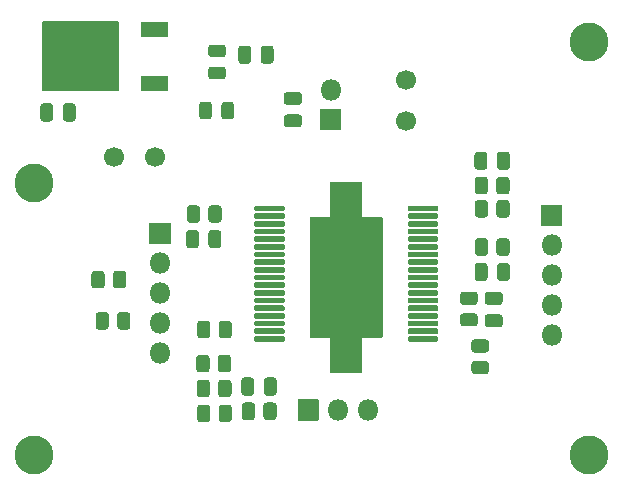
<source format=gbr>
%TF.GenerationSoftware,KiCad,Pcbnew,5.1.10-88a1d61d58~90~ubuntu20.04.1*%
%TF.CreationDate,2021-10-19T17:00:37+01:00*%
%TF.ProjectId,L6235-breakout,4c363233-352d-4627-9265-616b6f75742e,rev?*%
%TF.SameCoordinates,Original*%
%TF.FileFunction,Soldermask,Top*%
%TF.FilePolarity,Negative*%
%FSLAX46Y46*%
G04 Gerber Fmt 4.6, Leading zero omitted, Abs format (unit mm)*
G04 Created by KiCad (PCBNEW 5.1.10-88a1d61d58~90~ubuntu20.04.1) date 2021-10-19 17:00:37*
%MOMM*%
%LPD*%
G01*
G04 APERTURE LIST*
%ADD10C,1.700000*%
%ADD11O,1.800000X1.800000*%
%ADD12C,0.100000*%
%ADD13C,3.300000*%
G04 APERTURE END LIST*
%TO.C,C1*%
G36*
G01*
X44174400Y-171010200D02*
X44174400Y-170010200D01*
G75*
G02*
X44449400Y-169735200I275000J0D01*
G01*
X44999400Y-169735200D01*
G75*
G02*
X45274400Y-170010200I0J-275000D01*
G01*
X45274400Y-171010200D01*
G75*
G02*
X44999400Y-171285200I-275000J0D01*
G01*
X44449400Y-171285200D01*
G75*
G02*
X44174400Y-171010200I0J275000D01*
G01*
G37*
G36*
G01*
X42274400Y-171010200D02*
X42274400Y-170010200D01*
G75*
G02*
X42549400Y-169735200I275000J0D01*
G01*
X43099400Y-169735200D01*
G75*
G02*
X43374400Y-170010200I0J-275000D01*
G01*
X43374400Y-171010200D01*
G75*
G02*
X43099400Y-171285200I-275000J0D01*
G01*
X42549400Y-171285200D01*
G75*
G02*
X42274400Y-171010200I0J275000D01*
G01*
G37*
%TD*%
%TO.C,C2*%
G36*
G01*
X27385900Y-156371300D02*
X26385900Y-156371300D01*
G75*
G02*
X26110900Y-156096300I0J275000D01*
G01*
X26110900Y-155546300D01*
G75*
G02*
X26385900Y-155271300I275000J0D01*
G01*
X27385900Y-155271300D01*
G75*
G02*
X27660900Y-155546300I0J-275000D01*
G01*
X27660900Y-156096300D01*
G75*
G02*
X27385900Y-156371300I-275000J0D01*
G01*
G37*
G36*
G01*
X27385900Y-158271300D02*
X26385900Y-158271300D01*
G75*
G02*
X26110900Y-157996300I0J275000D01*
G01*
X26110900Y-157446300D01*
G75*
G02*
X26385900Y-157171300I275000J0D01*
G01*
X27385900Y-157171300D01*
G75*
G02*
X27660900Y-157446300I0J-275000D01*
G01*
X27660900Y-157996300D01*
G75*
G02*
X27385900Y-158271300I-275000J0D01*
G01*
G37*
%TD*%
D10*
%TO.C,C3*%
X36461700Y-157734000D03*
X36461700Y-154234000D03*
%TD*%
%TO.C,C5*%
G36*
G01*
X42261700Y-161599500D02*
X42261700Y-160599500D01*
G75*
G02*
X42536700Y-160324500I275000J0D01*
G01*
X43086700Y-160324500D01*
G75*
G02*
X43361700Y-160599500I0J-275000D01*
G01*
X43361700Y-161599500D01*
G75*
G02*
X43086700Y-161874500I-275000J0D01*
G01*
X42536700Y-161874500D01*
G75*
G02*
X42261700Y-161599500I0J275000D01*
G01*
G37*
G36*
G01*
X44161700Y-161599500D02*
X44161700Y-160599500D01*
G75*
G02*
X44436700Y-160324500I275000J0D01*
G01*
X44986700Y-160324500D01*
G75*
G02*
X45261700Y-160599500I0J-275000D01*
G01*
X45261700Y-161599500D01*
G75*
G02*
X44986700Y-161874500I-275000J0D01*
G01*
X44436700Y-161874500D01*
G75*
G02*
X44161700Y-161599500I0J275000D01*
G01*
G37*
%TD*%
%TO.C,C6*%
G36*
G01*
X24425900Y-180713000D02*
X24425900Y-179713000D01*
G75*
G02*
X24700900Y-179438000I275000J0D01*
G01*
X25250900Y-179438000D01*
G75*
G02*
X25525900Y-179713000I0J-275000D01*
G01*
X25525900Y-180713000D01*
G75*
G02*
X25250900Y-180988000I-275000J0D01*
G01*
X24700900Y-180988000D01*
G75*
G02*
X24425900Y-180713000I0J275000D01*
G01*
G37*
G36*
G01*
X22525900Y-180713000D02*
X22525900Y-179713000D01*
G75*
G02*
X22800900Y-179438000I275000J0D01*
G01*
X23350900Y-179438000D01*
G75*
G02*
X23625900Y-179713000I0J-275000D01*
G01*
X23625900Y-180713000D01*
G75*
G02*
X23350900Y-180988000I-275000J0D01*
G01*
X22800900Y-180988000D01*
G75*
G02*
X22525900Y-180713000I0J275000D01*
G01*
G37*
%TD*%
%TO.C,C7*%
G36*
G01*
X25261700Y-151620600D02*
X25261700Y-152620600D01*
G75*
G02*
X24986700Y-152895600I-275000J0D01*
G01*
X24436700Y-152895600D01*
G75*
G02*
X24161700Y-152620600I0J275000D01*
G01*
X24161700Y-151620600D01*
G75*
G02*
X24436700Y-151345600I275000J0D01*
G01*
X24986700Y-151345600D01*
G75*
G02*
X25261700Y-151620600I0J-275000D01*
G01*
G37*
G36*
G01*
X23361700Y-151620600D02*
X23361700Y-152620600D01*
G75*
G02*
X23086700Y-152895600I-275000J0D01*
G01*
X22536700Y-152895600D01*
G75*
G02*
X22261700Y-152620600I0J275000D01*
G01*
X22261700Y-151620600D01*
G75*
G02*
X22536700Y-151345600I275000J0D01*
G01*
X23086700Y-151345600D01*
G75*
G02*
X23361700Y-151620600I0J-275000D01*
G01*
G37*
%TD*%
%TO.C,C8*%
G36*
G01*
X17844600Y-168228900D02*
X17844600Y-167228900D01*
G75*
G02*
X18119600Y-166953900I275000J0D01*
G01*
X18669600Y-166953900D01*
G75*
G02*
X18944600Y-167228900I0J-275000D01*
G01*
X18944600Y-168228900D01*
G75*
G02*
X18669600Y-168503900I-275000J0D01*
G01*
X18119600Y-168503900D01*
G75*
G02*
X17844600Y-168228900I0J275000D01*
G01*
G37*
G36*
G01*
X19744600Y-168228900D02*
X19744600Y-167228900D01*
G75*
G02*
X20019600Y-166953900I275000J0D01*
G01*
X20569600Y-166953900D01*
G75*
G02*
X20844600Y-167228900I0J-275000D01*
G01*
X20844600Y-168228900D01*
G75*
G02*
X20569600Y-168503900I-275000J0D01*
G01*
X20019600Y-168503900D01*
G75*
G02*
X19744600Y-168228900I0J275000D01*
G01*
G37*
%TD*%
%TO.C,C10*%
G36*
G01*
X43388700Y-174097900D02*
X44388700Y-174097900D01*
G75*
G02*
X44663700Y-174372900I0J-275000D01*
G01*
X44663700Y-174922900D01*
G75*
G02*
X44388700Y-175197900I-275000J0D01*
G01*
X43388700Y-175197900D01*
G75*
G02*
X43113700Y-174922900I0J275000D01*
G01*
X43113700Y-174372900D01*
G75*
G02*
X43388700Y-174097900I275000J0D01*
G01*
G37*
G36*
G01*
X43388700Y-172197900D02*
X44388700Y-172197900D01*
G75*
G02*
X44663700Y-172472900I0J-275000D01*
G01*
X44663700Y-173022900D01*
G75*
G02*
X44388700Y-173297900I-275000J0D01*
G01*
X43388700Y-173297900D01*
G75*
G02*
X43113700Y-173022900I0J275000D01*
G01*
X43113700Y-172472900D01*
G75*
G02*
X43388700Y-172197900I275000J0D01*
G01*
G37*
%TD*%
%TO.C,D1*%
G36*
G01*
X20832000Y-157326250D02*
X20832000Y-156363750D01*
G75*
G02*
X21100750Y-156095000I268750J0D01*
G01*
X21638250Y-156095000D01*
G75*
G02*
X21907000Y-156363750I0J-268750D01*
G01*
X21907000Y-157326250D01*
G75*
G02*
X21638250Y-157595000I-268750J0D01*
G01*
X21100750Y-157595000D01*
G75*
G02*
X20832000Y-157326250I0J268750D01*
G01*
G37*
G36*
G01*
X18957000Y-157326250D02*
X18957000Y-156363750D01*
G75*
G02*
X19225750Y-156095000I268750J0D01*
G01*
X19763250Y-156095000D01*
G75*
G02*
X20032000Y-156363750I0J-268750D01*
G01*
X20032000Y-157326250D01*
G75*
G02*
X19763250Y-157595000I-268750J0D01*
G01*
X19225750Y-157595000D01*
G75*
G02*
X18957000Y-157326250I0J268750D01*
G01*
G37*
%TD*%
%TO.C,D2*%
G36*
G01*
X19991150Y-151252900D02*
X20953650Y-151252900D01*
G75*
G02*
X21222400Y-151521650I0J-268750D01*
G01*
X21222400Y-152059150D01*
G75*
G02*
X20953650Y-152327900I-268750J0D01*
G01*
X19991150Y-152327900D01*
G75*
G02*
X19722400Y-152059150I0J268750D01*
G01*
X19722400Y-151521650D01*
G75*
G02*
X19991150Y-151252900I268750J0D01*
G01*
G37*
G36*
G01*
X19991150Y-153127900D02*
X20953650Y-153127900D01*
G75*
G02*
X21222400Y-153396650I0J-268750D01*
G01*
X21222400Y-153934150D01*
G75*
G02*
X20953650Y-154202900I-268750J0D01*
G01*
X19991150Y-154202900D01*
G75*
G02*
X19722400Y-153934150I0J268750D01*
G01*
X19722400Y-153396650D01*
G75*
G02*
X19991150Y-153127900I268750J0D01*
G01*
G37*
%TD*%
D11*
%TO.C,J1*%
X48793400Y-175869600D03*
X48793400Y-173329600D03*
X48793400Y-170789600D03*
X48793400Y-168249600D03*
G36*
G01*
X47893400Y-166559600D02*
X47893400Y-164859600D01*
G75*
G02*
X47943400Y-164809600I50000J0D01*
G01*
X49643400Y-164809600D01*
G75*
G02*
X49693400Y-164859600I0J-50000D01*
G01*
X49693400Y-166559600D01*
G75*
G02*
X49643400Y-166609600I-50000J0D01*
G01*
X47943400Y-166609600D01*
G75*
G02*
X47893400Y-166559600I0J50000D01*
G01*
G37*
%TD*%
%TO.C,J2*%
G36*
G01*
X14733700Y-168096300D02*
X14733700Y-166396300D01*
G75*
G02*
X14783700Y-166346300I50000J0D01*
G01*
X16483700Y-166346300D01*
G75*
G02*
X16533700Y-166396300I0J-50000D01*
G01*
X16533700Y-168096300D01*
G75*
G02*
X16483700Y-168146300I-50000J0D01*
G01*
X14783700Y-168146300D01*
G75*
G02*
X14733700Y-168096300I0J50000D01*
G01*
G37*
X15633700Y-169786300D03*
X15633700Y-172326300D03*
X15633700Y-174866300D03*
X15633700Y-177406300D03*
%TD*%
%TO.C,J3*%
G36*
G01*
X29044000Y-183094200D02*
X27344000Y-183094200D01*
G75*
G02*
X27294000Y-183044200I0J50000D01*
G01*
X27294000Y-181344200D01*
G75*
G02*
X27344000Y-181294200I50000J0D01*
G01*
X29044000Y-181294200D01*
G75*
G02*
X29094000Y-181344200I0J-50000D01*
G01*
X29094000Y-183044200D01*
G75*
G02*
X29044000Y-183094200I-50000J0D01*
G01*
G37*
X30734000Y-182194200D03*
X33274000Y-182194200D03*
%TD*%
%TO.C,J5*%
G36*
G01*
X30986300Y-156757000D02*
X30986300Y-158457000D01*
G75*
G02*
X30936300Y-158507000I-50000J0D01*
G01*
X29236300Y-158507000D01*
G75*
G02*
X29186300Y-158457000I0J50000D01*
G01*
X29186300Y-156757000D01*
G75*
G02*
X29236300Y-156707000I50000J0D01*
G01*
X30936300Y-156707000D01*
G75*
G02*
X30986300Y-156757000I0J-50000D01*
G01*
G37*
X30086300Y-155067000D03*
%TD*%
%TO.C,R1*%
G36*
G01*
X42300000Y-168877611D02*
X42300000Y-167926389D01*
G75*
G02*
X42574389Y-167652000I274389J0D01*
G01*
X43150611Y-167652000D01*
G75*
G02*
X43425000Y-167926389I0J-274389D01*
G01*
X43425000Y-168877611D01*
G75*
G02*
X43150611Y-169152000I-274389J0D01*
G01*
X42574389Y-169152000D01*
G75*
G02*
X42300000Y-168877611I0J274389D01*
G01*
G37*
G36*
G01*
X44125000Y-168877611D02*
X44125000Y-167926389D01*
G75*
G02*
X44399389Y-167652000I274389J0D01*
G01*
X44975611Y-167652000D01*
G75*
G02*
X45250000Y-167926389I0J-274389D01*
G01*
X45250000Y-168877611D01*
G75*
G02*
X44975611Y-169152000I-274389J0D01*
G01*
X44399389Y-169152000D01*
G75*
G02*
X44125000Y-168877611I0J274389D01*
G01*
G37*
%TD*%
%TO.C,R2*%
G36*
G01*
X44112300Y-165639111D02*
X44112300Y-164687889D01*
G75*
G02*
X44386689Y-164413500I274389J0D01*
G01*
X44962911Y-164413500D01*
G75*
G02*
X45237300Y-164687889I0J-274389D01*
G01*
X45237300Y-165639111D01*
G75*
G02*
X44962911Y-165913500I-274389J0D01*
G01*
X44386689Y-165913500D01*
G75*
G02*
X44112300Y-165639111I0J274389D01*
G01*
G37*
G36*
G01*
X42287300Y-165639111D02*
X42287300Y-164687889D01*
G75*
G02*
X42561689Y-164413500I274389J0D01*
G01*
X43137911Y-164413500D01*
G75*
G02*
X43412300Y-164687889I0J-274389D01*
G01*
X43412300Y-165639111D01*
G75*
G02*
X43137911Y-165913500I-274389J0D01*
G01*
X42561689Y-165913500D01*
G75*
G02*
X42287300Y-165639111I0J274389D01*
G01*
G37*
%TD*%
%TO.C,R3*%
G36*
G01*
X45237300Y-162719389D02*
X45237300Y-163670611D01*
G75*
G02*
X44962911Y-163945000I-274389J0D01*
G01*
X44386689Y-163945000D01*
G75*
G02*
X44112300Y-163670611I0J274389D01*
G01*
X44112300Y-162719389D01*
G75*
G02*
X44386689Y-162445000I274389J0D01*
G01*
X44962911Y-162445000D01*
G75*
G02*
X45237300Y-162719389I0J-274389D01*
G01*
G37*
G36*
G01*
X43412300Y-162719389D02*
X43412300Y-163670611D01*
G75*
G02*
X43137911Y-163945000I-274389J0D01*
G01*
X42561689Y-163945000D01*
G75*
G02*
X42287300Y-163670611I0J274389D01*
G01*
X42287300Y-162719389D01*
G75*
G02*
X42561689Y-162445000I274389J0D01*
G01*
X43137911Y-162445000D01*
G75*
G02*
X43412300Y-162719389I0J-274389D01*
G01*
G37*
%TD*%
%TO.C,R4*%
G36*
G01*
X22564200Y-182784111D02*
X22564200Y-181832889D01*
G75*
G02*
X22838589Y-181558500I274389J0D01*
G01*
X23414811Y-181558500D01*
G75*
G02*
X23689200Y-181832889I0J-274389D01*
G01*
X23689200Y-182784111D01*
G75*
G02*
X23414811Y-183058500I-274389J0D01*
G01*
X22838589Y-183058500D01*
G75*
G02*
X22564200Y-182784111I0J274389D01*
G01*
G37*
G36*
G01*
X24389200Y-182784111D02*
X24389200Y-181832889D01*
G75*
G02*
X24663589Y-181558500I274389J0D01*
G01*
X25239811Y-181558500D01*
G75*
G02*
X25514200Y-181832889I0J-274389D01*
G01*
X25514200Y-182784111D01*
G75*
G02*
X25239811Y-183058500I-274389J0D01*
G01*
X24663589Y-183058500D01*
G75*
G02*
X24389200Y-182784111I0J274389D01*
G01*
G37*
%TD*%
%TO.C,R5*%
G36*
G01*
X18745300Y-180853711D02*
X18745300Y-179902489D01*
G75*
G02*
X19019689Y-179628100I274389J0D01*
G01*
X19595911Y-179628100D01*
G75*
G02*
X19870300Y-179902489I0J-274389D01*
G01*
X19870300Y-180853711D01*
G75*
G02*
X19595911Y-181128100I-274389J0D01*
G01*
X19019689Y-181128100D01*
G75*
G02*
X18745300Y-180853711I0J274389D01*
G01*
G37*
G36*
G01*
X20570300Y-180853711D02*
X20570300Y-179902489D01*
G75*
G02*
X20844689Y-179628100I274389J0D01*
G01*
X21420911Y-179628100D01*
G75*
G02*
X21695300Y-179902489I0J-274389D01*
G01*
X21695300Y-180853711D01*
G75*
G02*
X21420911Y-181128100I-274389J0D01*
G01*
X20844689Y-181128100D01*
G75*
G02*
X20570300Y-180853711I0J274389D01*
G01*
G37*
%TD*%
%TO.C,R6*%
G36*
G01*
X19032100Y-165132389D02*
X19032100Y-166083611D01*
G75*
G02*
X18757711Y-166358000I-274389J0D01*
G01*
X18181489Y-166358000D01*
G75*
G02*
X17907100Y-166083611I0J274389D01*
G01*
X17907100Y-165132389D01*
G75*
G02*
X18181489Y-164858000I274389J0D01*
G01*
X18757711Y-164858000D01*
G75*
G02*
X19032100Y-165132389I0J-274389D01*
G01*
G37*
G36*
G01*
X20857100Y-165132389D02*
X20857100Y-166083611D01*
G75*
G02*
X20582711Y-166358000I-274389J0D01*
G01*
X20006489Y-166358000D01*
G75*
G02*
X19732100Y-166083611I0J274389D01*
G01*
X19732100Y-165132389D01*
G75*
G02*
X20006489Y-164858000I274389J0D01*
G01*
X20582711Y-164858000D01*
G75*
G02*
X20857100Y-165132389I0J-274389D01*
G01*
G37*
%TD*%
%TO.C,R7*%
G36*
G01*
X18707200Y-178745511D02*
X18707200Y-177794289D01*
G75*
G02*
X18981589Y-177519900I274389J0D01*
G01*
X19557811Y-177519900D01*
G75*
G02*
X19832200Y-177794289I0J-274389D01*
G01*
X19832200Y-178745511D01*
G75*
G02*
X19557811Y-179019900I-274389J0D01*
G01*
X18981589Y-179019900D01*
G75*
G02*
X18707200Y-178745511I0J274389D01*
G01*
G37*
G36*
G01*
X20532200Y-178745511D02*
X20532200Y-177794289D01*
G75*
G02*
X20806589Y-177519900I274389J0D01*
G01*
X21382811Y-177519900D01*
G75*
G02*
X21657200Y-177794289I0J-274389D01*
G01*
X21657200Y-178745511D01*
G75*
G02*
X21382811Y-179019900I-274389J0D01*
G01*
X20806589Y-179019900D01*
G75*
G02*
X20532200Y-178745511I0J274389D01*
G01*
G37*
%TD*%
%TO.C,R8*%
G36*
G01*
X43223811Y-177348400D02*
X42272589Y-177348400D01*
G75*
G02*
X41998200Y-177074011I0J274389D01*
G01*
X41998200Y-176497789D01*
G75*
G02*
X42272589Y-176223400I274389J0D01*
G01*
X43223811Y-176223400D01*
G75*
G02*
X43498200Y-176497789I0J-274389D01*
G01*
X43498200Y-177074011D01*
G75*
G02*
X43223811Y-177348400I-274389J0D01*
G01*
G37*
G36*
G01*
X43223811Y-179173400D02*
X42272589Y-179173400D01*
G75*
G02*
X41998200Y-178899011I0J274389D01*
G01*
X41998200Y-178322789D01*
G75*
G02*
X42272589Y-178048400I274389J0D01*
G01*
X43223811Y-178048400D01*
G75*
G02*
X43498200Y-178322789I0J-274389D01*
G01*
X43498200Y-178899011D01*
G75*
G02*
X43223811Y-179173400I-274389J0D01*
G01*
G37*
%TD*%
%TO.C,R9*%
G36*
G01*
X41320089Y-172172100D02*
X42271311Y-172172100D01*
G75*
G02*
X42545700Y-172446489I0J-274389D01*
G01*
X42545700Y-173022711D01*
G75*
G02*
X42271311Y-173297100I-274389J0D01*
G01*
X41320089Y-173297100D01*
G75*
G02*
X41045700Y-173022711I0J274389D01*
G01*
X41045700Y-172446489D01*
G75*
G02*
X41320089Y-172172100I274389J0D01*
G01*
G37*
G36*
G01*
X41320089Y-173997100D02*
X42271311Y-173997100D01*
G75*
G02*
X42545700Y-174271489I0J-274389D01*
G01*
X42545700Y-174847711D01*
G75*
G02*
X42271311Y-175122100I-274389J0D01*
G01*
X41320089Y-175122100D01*
G75*
G02*
X41045700Y-174847711I0J274389D01*
G01*
X41045700Y-174271489D01*
G75*
G02*
X41320089Y-173997100I274389J0D01*
G01*
G37*
%TD*%
%TO.C,R10*%
G36*
G01*
X20595700Y-175862611D02*
X20595700Y-174911389D01*
G75*
G02*
X20870089Y-174637000I274389J0D01*
G01*
X21446311Y-174637000D01*
G75*
G02*
X21720700Y-174911389I0J-274389D01*
G01*
X21720700Y-175862611D01*
G75*
G02*
X21446311Y-176137000I-274389J0D01*
G01*
X20870089Y-176137000D01*
G75*
G02*
X20595700Y-175862611I0J274389D01*
G01*
G37*
G36*
G01*
X18770700Y-175862611D02*
X18770700Y-174911389D01*
G75*
G02*
X19045089Y-174637000I274389J0D01*
G01*
X19621311Y-174637000D01*
G75*
G02*
X19895700Y-174911389I0J-274389D01*
G01*
X19895700Y-175862611D01*
G75*
G02*
X19621311Y-176137000I-274389J0D01*
G01*
X19045089Y-176137000D01*
G75*
G02*
X18770700Y-175862611I0J274389D01*
G01*
G37*
%TD*%
%TO.C,R11*%
G36*
G01*
X9826100Y-171633511D02*
X9826100Y-170682289D01*
G75*
G02*
X10100489Y-170407900I274389J0D01*
G01*
X10676711Y-170407900D01*
G75*
G02*
X10951100Y-170682289I0J-274389D01*
G01*
X10951100Y-171633511D01*
G75*
G02*
X10676711Y-171907900I-274389J0D01*
G01*
X10100489Y-171907900D01*
G75*
G02*
X9826100Y-171633511I0J274389D01*
G01*
G37*
G36*
G01*
X11651100Y-171633511D02*
X11651100Y-170682289D01*
G75*
G02*
X11925489Y-170407900I274389J0D01*
G01*
X12501711Y-170407900D01*
G75*
G02*
X12776100Y-170682289I0J-274389D01*
G01*
X12776100Y-171633511D01*
G75*
G02*
X12501711Y-171907900I-274389J0D01*
G01*
X11925489Y-171907900D01*
G75*
G02*
X11651100Y-171633511I0J274389D01*
G01*
G37*
%TD*%
%TO.C,R12*%
G36*
G01*
X12006700Y-175126011D02*
X12006700Y-174174789D01*
G75*
G02*
X12281089Y-173900400I274389J0D01*
G01*
X12857311Y-173900400D01*
G75*
G02*
X13131700Y-174174789I0J-274389D01*
G01*
X13131700Y-175126011D01*
G75*
G02*
X12857311Y-175400400I-274389J0D01*
G01*
X12281089Y-175400400D01*
G75*
G02*
X12006700Y-175126011I0J274389D01*
G01*
G37*
G36*
G01*
X10181700Y-175126011D02*
X10181700Y-174174789D01*
G75*
G02*
X10456089Y-173900400I274389J0D01*
G01*
X11032311Y-173900400D01*
G75*
G02*
X11306700Y-174174789I0J-274389D01*
G01*
X11306700Y-175126011D01*
G75*
G02*
X11032311Y-175400400I-274389J0D01*
G01*
X10456089Y-175400400D01*
G75*
G02*
X10181700Y-175126011I0J274389D01*
G01*
G37*
%TD*%
%TO.C,R13*%
G36*
G01*
X20595700Y-182961911D02*
X20595700Y-182010689D01*
G75*
G02*
X20870089Y-181736300I274389J0D01*
G01*
X21446311Y-181736300D01*
G75*
G02*
X21720700Y-182010689I0J-274389D01*
G01*
X21720700Y-182961911D01*
G75*
G02*
X21446311Y-183236300I-274389J0D01*
G01*
X20870089Y-183236300D01*
G75*
G02*
X20595700Y-182961911I0J274389D01*
G01*
G37*
G36*
G01*
X18770700Y-182961911D02*
X18770700Y-182010689D01*
G75*
G02*
X19045089Y-181736300I274389J0D01*
G01*
X19621311Y-181736300D01*
G75*
G02*
X19895700Y-182010689I0J-274389D01*
G01*
X19895700Y-182961911D01*
G75*
G02*
X19621311Y-183236300I-274389J0D01*
G01*
X19045089Y-183236300D01*
G75*
G02*
X18770700Y-182961911I0J274389D01*
G01*
G37*
%TD*%
%TO.C,U1*%
G36*
G01*
X23607100Y-165250100D02*
X23607100Y-165010100D01*
G75*
G02*
X23727100Y-164890100I120000J0D01*
G01*
X26087100Y-164890100D01*
G75*
G02*
X26207100Y-165010100I0J-120000D01*
G01*
X26207100Y-165250100D01*
G75*
G02*
X26087100Y-165370100I-120000J0D01*
G01*
X23727100Y-165370100D01*
G75*
G02*
X23607100Y-165250100I0J120000D01*
G01*
G37*
G36*
G01*
X23607100Y-165900100D02*
X23607100Y-165660100D01*
G75*
G02*
X23727100Y-165540100I120000J0D01*
G01*
X26087100Y-165540100D01*
G75*
G02*
X26207100Y-165660100I0J-120000D01*
G01*
X26207100Y-165900100D01*
G75*
G02*
X26087100Y-166020100I-120000J0D01*
G01*
X23727100Y-166020100D01*
G75*
G02*
X23607100Y-165900100I0J120000D01*
G01*
G37*
G36*
G01*
X23607100Y-166550100D02*
X23607100Y-166310100D01*
G75*
G02*
X23727100Y-166190100I120000J0D01*
G01*
X26087100Y-166190100D01*
G75*
G02*
X26207100Y-166310100I0J-120000D01*
G01*
X26207100Y-166550100D01*
G75*
G02*
X26087100Y-166670100I-120000J0D01*
G01*
X23727100Y-166670100D01*
G75*
G02*
X23607100Y-166550100I0J120000D01*
G01*
G37*
G36*
G01*
X23607100Y-167200100D02*
X23607100Y-166960100D01*
G75*
G02*
X23727100Y-166840100I120000J0D01*
G01*
X26087100Y-166840100D01*
G75*
G02*
X26207100Y-166960100I0J-120000D01*
G01*
X26207100Y-167200100D01*
G75*
G02*
X26087100Y-167320100I-120000J0D01*
G01*
X23727100Y-167320100D01*
G75*
G02*
X23607100Y-167200100I0J120000D01*
G01*
G37*
G36*
G01*
X23607100Y-167850100D02*
X23607100Y-167610100D01*
G75*
G02*
X23727100Y-167490100I120000J0D01*
G01*
X26087100Y-167490100D01*
G75*
G02*
X26207100Y-167610100I0J-120000D01*
G01*
X26207100Y-167850100D01*
G75*
G02*
X26087100Y-167970100I-120000J0D01*
G01*
X23727100Y-167970100D01*
G75*
G02*
X23607100Y-167850100I0J120000D01*
G01*
G37*
G36*
G01*
X23607100Y-168500100D02*
X23607100Y-168260100D01*
G75*
G02*
X23727100Y-168140100I120000J0D01*
G01*
X26087100Y-168140100D01*
G75*
G02*
X26207100Y-168260100I0J-120000D01*
G01*
X26207100Y-168500100D01*
G75*
G02*
X26087100Y-168620100I-120000J0D01*
G01*
X23727100Y-168620100D01*
G75*
G02*
X23607100Y-168500100I0J120000D01*
G01*
G37*
G36*
G01*
X23607100Y-169150100D02*
X23607100Y-168910100D01*
G75*
G02*
X23727100Y-168790100I120000J0D01*
G01*
X26087100Y-168790100D01*
G75*
G02*
X26207100Y-168910100I0J-120000D01*
G01*
X26207100Y-169150100D01*
G75*
G02*
X26087100Y-169270100I-120000J0D01*
G01*
X23727100Y-169270100D01*
G75*
G02*
X23607100Y-169150100I0J120000D01*
G01*
G37*
G36*
G01*
X23607100Y-169800100D02*
X23607100Y-169560100D01*
G75*
G02*
X23727100Y-169440100I120000J0D01*
G01*
X26087100Y-169440100D01*
G75*
G02*
X26207100Y-169560100I0J-120000D01*
G01*
X26207100Y-169800100D01*
G75*
G02*
X26087100Y-169920100I-120000J0D01*
G01*
X23727100Y-169920100D01*
G75*
G02*
X23607100Y-169800100I0J120000D01*
G01*
G37*
G36*
G01*
X23607100Y-170450100D02*
X23607100Y-170210100D01*
G75*
G02*
X23727100Y-170090100I120000J0D01*
G01*
X26087100Y-170090100D01*
G75*
G02*
X26207100Y-170210100I0J-120000D01*
G01*
X26207100Y-170450100D01*
G75*
G02*
X26087100Y-170570100I-120000J0D01*
G01*
X23727100Y-170570100D01*
G75*
G02*
X23607100Y-170450100I0J120000D01*
G01*
G37*
G36*
G01*
X23607100Y-171100100D02*
X23607100Y-170860100D01*
G75*
G02*
X23727100Y-170740100I120000J0D01*
G01*
X26087100Y-170740100D01*
G75*
G02*
X26207100Y-170860100I0J-120000D01*
G01*
X26207100Y-171100100D01*
G75*
G02*
X26087100Y-171220100I-120000J0D01*
G01*
X23727100Y-171220100D01*
G75*
G02*
X23607100Y-171100100I0J120000D01*
G01*
G37*
G36*
G01*
X23607100Y-171750100D02*
X23607100Y-171510100D01*
G75*
G02*
X23727100Y-171390100I120000J0D01*
G01*
X26087100Y-171390100D01*
G75*
G02*
X26207100Y-171510100I0J-120000D01*
G01*
X26207100Y-171750100D01*
G75*
G02*
X26087100Y-171870100I-120000J0D01*
G01*
X23727100Y-171870100D01*
G75*
G02*
X23607100Y-171750100I0J120000D01*
G01*
G37*
G36*
G01*
X23607100Y-172400100D02*
X23607100Y-172160100D01*
G75*
G02*
X23727100Y-172040100I120000J0D01*
G01*
X26087100Y-172040100D01*
G75*
G02*
X26207100Y-172160100I0J-120000D01*
G01*
X26207100Y-172400100D01*
G75*
G02*
X26087100Y-172520100I-120000J0D01*
G01*
X23727100Y-172520100D01*
G75*
G02*
X23607100Y-172400100I0J120000D01*
G01*
G37*
G36*
G01*
X23607100Y-173050100D02*
X23607100Y-172810100D01*
G75*
G02*
X23727100Y-172690100I120000J0D01*
G01*
X26087100Y-172690100D01*
G75*
G02*
X26207100Y-172810100I0J-120000D01*
G01*
X26207100Y-173050100D01*
G75*
G02*
X26087100Y-173170100I-120000J0D01*
G01*
X23727100Y-173170100D01*
G75*
G02*
X23607100Y-173050100I0J120000D01*
G01*
G37*
G36*
G01*
X23607100Y-173700100D02*
X23607100Y-173460100D01*
G75*
G02*
X23727100Y-173340100I120000J0D01*
G01*
X26087100Y-173340100D01*
G75*
G02*
X26207100Y-173460100I0J-120000D01*
G01*
X26207100Y-173700100D01*
G75*
G02*
X26087100Y-173820100I-120000J0D01*
G01*
X23727100Y-173820100D01*
G75*
G02*
X23607100Y-173700100I0J120000D01*
G01*
G37*
G36*
G01*
X23607100Y-174350100D02*
X23607100Y-174110100D01*
G75*
G02*
X23727100Y-173990100I120000J0D01*
G01*
X26087100Y-173990100D01*
G75*
G02*
X26207100Y-174110100I0J-120000D01*
G01*
X26207100Y-174350100D01*
G75*
G02*
X26087100Y-174470100I-120000J0D01*
G01*
X23727100Y-174470100D01*
G75*
G02*
X23607100Y-174350100I0J120000D01*
G01*
G37*
G36*
G01*
X23607100Y-175000100D02*
X23607100Y-174760100D01*
G75*
G02*
X23727100Y-174640100I120000J0D01*
G01*
X26087100Y-174640100D01*
G75*
G02*
X26207100Y-174760100I0J-120000D01*
G01*
X26207100Y-175000100D01*
G75*
G02*
X26087100Y-175120100I-120000J0D01*
G01*
X23727100Y-175120100D01*
G75*
G02*
X23607100Y-175000100I0J120000D01*
G01*
G37*
G36*
G01*
X23607100Y-175650100D02*
X23607100Y-175410100D01*
G75*
G02*
X23727100Y-175290100I120000J0D01*
G01*
X26087100Y-175290100D01*
G75*
G02*
X26207100Y-175410100I0J-120000D01*
G01*
X26207100Y-175650100D01*
G75*
G02*
X26087100Y-175770100I-120000J0D01*
G01*
X23727100Y-175770100D01*
G75*
G02*
X23607100Y-175650100I0J120000D01*
G01*
G37*
G36*
G01*
X23607100Y-176300100D02*
X23607100Y-176060100D01*
G75*
G02*
X23727100Y-175940100I120000J0D01*
G01*
X26087100Y-175940100D01*
G75*
G02*
X26207100Y-176060100I0J-120000D01*
G01*
X26207100Y-176300100D01*
G75*
G02*
X26087100Y-176420100I-120000J0D01*
G01*
X23727100Y-176420100D01*
G75*
G02*
X23607100Y-176300100I0J120000D01*
G01*
G37*
G36*
G01*
X36607100Y-176300100D02*
X36607100Y-176060100D01*
G75*
G02*
X36727100Y-175940100I120000J0D01*
G01*
X39087100Y-175940100D01*
G75*
G02*
X39207100Y-176060100I0J-120000D01*
G01*
X39207100Y-176300100D01*
G75*
G02*
X39087100Y-176420100I-120000J0D01*
G01*
X36727100Y-176420100D01*
G75*
G02*
X36607100Y-176300100I0J120000D01*
G01*
G37*
G36*
G01*
X36607100Y-175650100D02*
X36607100Y-175410100D01*
G75*
G02*
X36727100Y-175290100I120000J0D01*
G01*
X39087100Y-175290100D01*
G75*
G02*
X39207100Y-175410100I0J-120000D01*
G01*
X39207100Y-175650100D01*
G75*
G02*
X39087100Y-175770100I-120000J0D01*
G01*
X36727100Y-175770100D01*
G75*
G02*
X36607100Y-175650100I0J120000D01*
G01*
G37*
G36*
G01*
X36607100Y-175000100D02*
X36607100Y-174760100D01*
G75*
G02*
X36727100Y-174640100I120000J0D01*
G01*
X39087100Y-174640100D01*
G75*
G02*
X39207100Y-174760100I0J-120000D01*
G01*
X39207100Y-175000100D01*
G75*
G02*
X39087100Y-175120100I-120000J0D01*
G01*
X36727100Y-175120100D01*
G75*
G02*
X36607100Y-175000100I0J120000D01*
G01*
G37*
G36*
G01*
X36607100Y-174350100D02*
X36607100Y-174110100D01*
G75*
G02*
X36727100Y-173990100I120000J0D01*
G01*
X39087100Y-173990100D01*
G75*
G02*
X39207100Y-174110100I0J-120000D01*
G01*
X39207100Y-174350100D01*
G75*
G02*
X39087100Y-174470100I-120000J0D01*
G01*
X36727100Y-174470100D01*
G75*
G02*
X36607100Y-174350100I0J120000D01*
G01*
G37*
G36*
G01*
X36607100Y-173700100D02*
X36607100Y-173460100D01*
G75*
G02*
X36727100Y-173340100I120000J0D01*
G01*
X39087100Y-173340100D01*
G75*
G02*
X39207100Y-173460100I0J-120000D01*
G01*
X39207100Y-173700100D01*
G75*
G02*
X39087100Y-173820100I-120000J0D01*
G01*
X36727100Y-173820100D01*
G75*
G02*
X36607100Y-173700100I0J120000D01*
G01*
G37*
G36*
G01*
X36607100Y-173050100D02*
X36607100Y-172810100D01*
G75*
G02*
X36727100Y-172690100I120000J0D01*
G01*
X39087100Y-172690100D01*
G75*
G02*
X39207100Y-172810100I0J-120000D01*
G01*
X39207100Y-173050100D01*
G75*
G02*
X39087100Y-173170100I-120000J0D01*
G01*
X36727100Y-173170100D01*
G75*
G02*
X36607100Y-173050100I0J120000D01*
G01*
G37*
G36*
G01*
X36607100Y-172400100D02*
X36607100Y-172160100D01*
G75*
G02*
X36727100Y-172040100I120000J0D01*
G01*
X39087100Y-172040100D01*
G75*
G02*
X39207100Y-172160100I0J-120000D01*
G01*
X39207100Y-172400100D01*
G75*
G02*
X39087100Y-172520100I-120000J0D01*
G01*
X36727100Y-172520100D01*
G75*
G02*
X36607100Y-172400100I0J120000D01*
G01*
G37*
G36*
G01*
X36607100Y-171750100D02*
X36607100Y-171510100D01*
G75*
G02*
X36727100Y-171390100I120000J0D01*
G01*
X39087100Y-171390100D01*
G75*
G02*
X39207100Y-171510100I0J-120000D01*
G01*
X39207100Y-171750100D01*
G75*
G02*
X39087100Y-171870100I-120000J0D01*
G01*
X36727100Y-171870100D01*
G75*
G02*
X36607100Y-171750100I0J120000D01*
G01*
G37*
G36*
G01*
X36607100Y-171100100D02*
X36607100Y-170860100D01*
G75*
G02*
X36727100Y-170740100I120000J0D01*
G01*
X39087100Y-170740100D01*
G75*
G02*
X39207100Y-170860100I0J-120000D01*
G01*
X39207100Y-171100100D01*
G75*
G02*
X39087100Y-171220100I-120000J0D01*
G01*
X36727100Y-171220100D01*
G75*
G02*
X36607100Y-171100100I0J120000D01*
G01*
G37*
G36*
G01*
X36607100Y-170450100D02*
X36607100Y-170210100D01*
G75*
G02*
X36727100Y-170090100I120000J0D01*
G01*
X39087100Y-170090100D01*
G75*
G02*
X39207100Y-170210100I0J-120000D01*
G01*
X39207100Y-170450100D01*
G75*
G02*
X39087100Y-170570100I-120000J0D01*
G01*
X36727100Y-170570100D01*
G75*
G02*
X36607100Y-170450100I0J120000D01*
G01*
G37*
G36*
G01*
X36607100Y-169800100D02*
X36607100Y-169560100D01*
G75*
G02*
X36727100Y-169440100I120000J0D01*
G01*
X39087100Y-169440100D01*
G75*
G02*
X39207100Y-169560100I0J-120000D01*
G01*
X39207100Y-169800100D01*
G75*
G02*
X39087100Y-169920100I-120000J0D01*
G01*
X36727100Y-169920100D01*
G75*
G02*
X36607100Y-169800100I0J120000D01*
G01*
G37*
G36*
G01*
X36607100Y-169150100D02*
X36607100Y-168910100D01*
G75*
G02*
X36727100Y-168790100I120000J0D01*
G01*
X39087100Y-168790100D01*
G75*
G02*
X39207100Y-168910100I0J-120000D01*
G01*
X39207100Y-169150100D01*
G75*
G02*
X39087100Y-169270100I-120000J0D01*
G01*
X36727100Y-169270100D01*
G75*
G02*
X36607100Y-169150100I0J120000D01*
G01*
G37*
G36*
G01*
X36607100Y-168500100D02*
X36607100Y-168260100D01*
G75*
G02*
X36727100Y-168140100I120000J0D01*
G01*
X39087100Y-168140100D01*
G75*
G02*
X39207100Y-168260100I0J-120000D01*
G01*
X39207100Y-168500100D01*
G75*
G02*
X39087100Y-168620100I-120000J0D01*
G01*
X36727100Y-168620100D01*
G75*
G02*
X36607100Y-168500100I0J120000D01*
G01*
G37*
G36*
G01*
X36607100Y-167850100D02*
X36607100Y-167610100D01*
G75*
G02*
X36727100Y-167490100I120000J0D01*
G01*
X39087100Y-167490100D01*
G75*
G02*
X39207100Y-167610100I0J-120000D01*
G01*
X39207100Y-167850100D01*
G75*
G02*
X39087100Y-167970100I-120000J0D01*
G01*
X36727100Y-167970100D01*
G75*
G02*
X36607100Y-167850100I0J120000D01*
G01*
G37*
G36*
G01*
X36607100Y-167200100D02*
X36607100Y-166960100D01*
G75*
G02*
X36727100Y-166840100I120000J0D01*
G01*
X39087100Y-166840100D01*
G75*
G02*
X39207100Y-166960100I0J-120000D01*
G01*
X39207100Y-167200100D01*
G75*
G02*
X39087100Y-167320100I-120000J0D01*
G01*
X36727100Y-167320100D01*
G75*
G02*
X36607100Y-167200100I0J120000D01*
G01*
G37*
G36*
G01*
X36607100Y-166550100D02*
X36607100Y-166310100D01*
G75*
G02*
X36727100Y-166190100I120000J0D01*
G01*
X39087100Y-166190100D01*
G75*
G02*
X39207100Y-166310100I0J-120000D01*
G01*
X39207100Y-166550100D01*
G75*
G02*
X39087100Y-166670100I-120000J0D01*
G01*
X36727100Y-166670100D01*
G75*
G02*
X36607100Y-166550100I0J120000D01*
G01*
G37*
G36*
G01*
X36607100Y-165900100D02*
X36607100Y-165660100D01*
G75*
G02*
X36727100Y-165540100I120000J0D01*
G01*
X39087100Y-165540100D01*
G75*
G02*
X39207100Y-165660100I0J-120000D01*
G01*
X39207100Y-165900100D01*
G75*
G02*
X39087100Y-166020100I-120000J0D01*
G01*
X36727100Y-166020100D01*
G75*
G02*
X36607100Y-165900100I0J120000D01*
G01*
G37*
G36*
G01*
X36607100Y-165250100D02*
X36607100Y-165010100D01*
G75*
G02*
X36727100Y-164890100I120000J0D01*
G01*
X39087100Y-164890100D01*
G75*
G02*
X39207100Y-165010100I0J-120000D01*
G01*
X39207100Y-165250100D01*
G75*
G02*
X39087100Y-165370100I-120000J0D01*
G01*
X36727100Y-165370100D01*
G75*
G02*
X36607100Y-165250100I0J120000D01*
G01*
G37*
D12*
G36*
X32662002Y-162880341D02*
G01*
X32671757Y-162881302D01*
X32681369Y-162883214D01*
X32690748Y-162886059D01*
X32699804Y-162889810D01*
X32708449Y-162894431D01*
X32716600Y-162899878D01*
X32724176Y-162906096D01*
X32731104Y-162913024D01*
X32737322Y-162920600D01*
X32742769Y-162928751D01*
X32747390Y-162937396D01*
X32751141Y-162946452D01*
X32753986Y-162955831D01*
X32755898Y-162965443D01*
X32756859Y-162975198D01*
X32757100Y-162980100D01*
X32757100Y-165880100D01*
X34407100Y-165880100D01*
X34412002Y-165880341D01*
X34421757Y-165881302D01*
X34431369Y-165883214D01*
X34440748Y-165886059D01*
X34449804Y-165889810D01*
X34458449Y-165894431D01*
X34466600Y-165899878D01*
X34474176Y-165906096D01*
X34481104Y-165913024D01*
X34487322Y-165920600D01*
X34492769Y-165928751D01*
X34497390Y-165937396D01*
X34501141Y-165946452D01*
X34503986Y-165955831D01*
X34505898Y-165965443D01*
X34506859Y-165975198D01*
X34507100Y-165980100D01*
X34507100Y-175980100D01*
X34506859Y-175985002D01*
X34505898Y-175994757D01*
X34503986Y-176004369D01*
X34501141Y-176013748D01*
X34497390Y-176022804D01*
X34492769Y-176031449D01*
X34487322Y-176039600D01*
X34481104Y-176047176D01*
X34474176Y-176054104D01*
X34466600Y-176060322D01*
X34458449Y-176065769D01*
X34449804Y-176070390D01*
X34440748Y-176074141D01*
X34431369Y-176076986D01*
X34421757Y-176078898D01*
X34412002Y-176079859D01*
X34407100Y-176080100D01*
X32757100Y-176080100D01*
X32757100Y-178980100D01*
X32756859Y-178985002D01*
X32755898Y-178994757D01*
X32753986Y-179004369D01*
X32751141Y-179013748D01*
X32747390Y-179022804D01*
X32742769Y-179031449D01*
X32737322Y-179039600D01*
X32731104Y-179047176D01*
X32724176Y-179054104D01*
X32716600Y-179060322D01*
X32708449Y-179065769D01*
X32699804Y-179070390D01*
X32690748Y-179074141D01*
X32681369Y-179076986D01*
X32671757Y-179078898D01*
X32662002Y-179079859D01*
X32657100Y-179080100D01*
X30157100Y-179080100D01*
X30152198Y-179079859D01*
X30142443Y-179078898D01*
X30132831Y-179076986D01*
X30123452Y-179074141D01*
X30114396Y-179070390D01*
X30105751Y-179065769D01*
X30097600Y-179060322D01*
X30090024Y-179054104D01*
X30083096Y-179047176D01*
X30076878Y-179039600D01*
X30071431Y-179031449D01*
X30066810Y-179022804D01*
X30063059Y-179013748D01*
X30060214Y-179004369D01*
X30058302Y-178994757D01*
X30057341Y-178985002D01*
X30057100Y-178980100D01*
X30057100Y-176080100D01*
X28407100Y-176080100D01*
X28402198Y-176079859D01*
X28392443Y-176078898D01*
X28382831Y-176076986D01*
X28373452Y-176074141D01*
X28364396Y-176070390D01*
X28355751Y-176065769D01*
X28347600Y-176060322D01*
X28340024Y-176054104D01*
X28333096Y-176047176D01*
X28326878Y-176039600D01*
X28321431Y-176031449D01*
X28316810Y-176022804D01*
X28313059Y-176013748D01*
X28310214Y-176004369D01*
X28308302Y-175994757D01*
X28307341Y-175985002D01*
X28307100Y-175980100D01*
X28307100Y-165980100D01*
X28307341Y-165975198D01*
X28308302Y-165965443D01*
X28310214Y-165955831D01*
X28313059Y-165946452D01*
X28316810Y-165937396D01*
X28321431Y-165928751D01*
X28326878Y-165920600D01*
X28333096Y-165913024D01*
X28340024Y-165906096D01*
X28347600Y-165899878D01*
X28355751Y-165894431D01*
X28364396Y-165889810D01*
X28373452Y-165886059D01*
X28382831Y-165883214D01*
X28392443Y-165881302D01*
X28402198Y-165880341D01*
X28407100Y-165880100D01*
X30057100Y-165880100D01*
X30057100Y-162980100D01*
X30057341Y-162975198D01*
X30058302Y-162965443D01*
X30060214Y-162955831D01*
X30063059Y-162946452D01*
X30066810Y-162937396D01*
X30071431Y-162928751D01*
X30076878Y-162920600D01*
X30083096Y-162913024D01*
X30090024Y-162906096D01*
X30097600Y-162899878D01*
X30105751Y-162894431D01*
X30114396Y-162889810D01*
X30123452Y-162886059D01*
X30132831Y-162883214D01*
X30142443Y-162881302D01*
X30152198Y-162880341D01*
X30157100Y-162880100D01*
X32657100Y-162880100D01*
X32662002Y-162880341D01*
G37*
%TD*%
D10*
%TO.C,C9*%
X15250000Y-160750000D03*
X11750000Y-160750000D03*
%TD*%
%TO.C,IC1*%
G36*
G01*
X16350000Y-153930000D02*
X16350000Y-155130000D01*
G75*
G02*
X16300000Y-155180000I-50000J0D01*
G01*
X14100000Y-155180000D01*
G75*
G02*
X14050000Y-155130000I0J50000D01*
G01*
X14050000Y-153930000D01*
G75*
G02*
X14100000Y-153880000I50000J0D01*
G01*
X16300000Y-153880000D01*
G75*
G02*
X16350000Y-153930000I0J-50000D01*
G01*
G37*
G36*
G01*
X16350000Y-149370000D02*
X16350000Y-150570000D01*
G75*
G02*
X16300000Y-150620000I-50000J0D01*
G01*
X14100000Y-150620000D01*
G75*
G02*
X14050000Y-150570000I0J50000D01*
G01*
X14050000Y-149370000D01*
G75*
G02*
X14100000Y-149320000I50000J0D01*
G01*
X16300000Y-149320000D01*
G75*
G02*
X16350000Y-149370000I0J-50000D01*
G01*
G37*
G36*
G01*
X12150000Y-149350000D02*
X12150000Y-155150000D01*
G75*
G02*
X12100000Y-155200000I-50000J0D01*
G01*
X5700000Y-155200000D01*
G75*
G02*
X5650000Y-155150000I0J50000D01*
G01*
X5650000Y-149350000D01*
G75*
G02*
X5700000Y-149300000I50000J0D01*
G01*
X12100000Y-149300000D01*
G75*
G02*
X12150000Y-149350000I0J-50000D01*
G01*
G37*
%TD*%
%TO.C,C4*%
G36*
G01*
X5500000Y-157500000D02*
X5500000Y-156500000D01*
G75*
G02*
X5775000Y-156225000I275000J0D01*
G01*
X6325000Y-156225000D01*
G75*
G02*
X6600000Y-156500000I0J-275000D01*
G01*
X6600000Y-157500000D01*
G75*
G02*
X6325000Y-157775000I-275000J0D01*
G01*
X5775000Y-157775000D01*
G75*
G02*
X5500000Y-157500000I0J275000D01*
G01*
G37*
G36*
G01*
X7400000Y-157500000D02*
X7400000Y-156500000D01*
G75*
G02*
X7675000Y-156225000I275000J0D01*
G01*
X8225000Y-156225000D01*
G75*
G02*
X8500000Y-156500000I0J-275000D01*
G01*
X8500000Y-157500000D01*
G75*
G02*
X8225000Y-157775000I-275000J0D01*
G01*
X7675000Y-157775000D01*
G75*
G02*
X7400000Y-157500000I0J275000D01*
G01*
G37*
%TD*%
D13*
%TO.C,H1*%
X52000000Y-186000000D03*
%TD*%
%TO.C,H2*%
X52000000Y-151000000D03*
%TD*%
%TO.C,H3*%
X5000000Y-163000000D03*
%TD*%
%TO.C,H4*%
X5000000Y-186000000D03*
%TD*%
M02*

</source>
